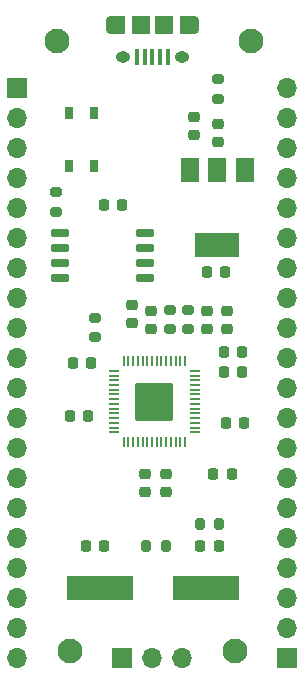
<source format=gts>
%TF.GenerationSoftware,KiCad,Pcbnew,(6.0.8)*%
%TF.CreationDate,2023-06-24T19:25:15-06:00*%
%TF.ProjectId,RP2040_devBoard,52503230-3430-45f6-9465-76426f617264,rev?*%
%TF.SameCoordinates,Original*%
%TF.FileFunction,Soldermask,Top*%
%TF.FilePolarity,Negative*%
%FSLAX46Y46*%
G04 Gerber Fmt 4.6, Leading zero omitted, Abs format (unit mm)*
G04 Created by KiCad (PCBNEW (6.0.8)) date 2023-06-24 19:25:15*
%MOMM*%
%LPD*%
G01*
G04 APERTURE LIST*
G04 Aperture macros list*
%AMRoundRect*
0 Rectangle with rounded corners*
0 $1 Rounding radius*
0 $2 $3 $4 $5 $6 $7 $8 $9 X,Y pos of 4 corners*
0 Add a 4 corners polygon primitive as box body*
4,1,4,$2,$3,$4,$5,$6,$7,$8,$9,$2,$3,0*
0 Add four circle primitives for the rounded corners*
1,1,$1+$1,$2,$3*
1,1,$1+$1,$4,$5*
1,1,$1+$1,$6,$7*
1,1,$1+$1,$8,$9*
0 Add four rect primitives between the rounded corners*
20,1,$1+$1,$2,$3,$4,$5,0*
20,1,$1+$1,$4,$5,$6,$7,0*
20,1,$1+$1,$6,$7,$8,$9,0*
20,1,$1+$1,$8,$9,$2,$3,0*%
G04 Aperture macros list end*
%ADD10RoundRect,0.200000X0.275000X-0.200000X0.275000X0.200000X-0.275000X0.200000X-0.275000X-0.200000X0*%
%ADD11RoundRect,0.225000X0.250000X-0.225000X0.250000X0.225000X-0.250000X0.225000X-0.250000X-0.225000X0*%
%ADD12R,0.400000X1.350000*%
%ADD13O,1.250000X0.950000*%
%ADD14R,1.500000X1.550000*%
%ADD15O,0.890000X1.550000*%
%ADD16R,1.200000X1.550000*%
%ADD17RoundRect,0.225000X0.225000X0.250000X-0.225000X0.250000X-0.225000X-0.250000X0.225000X-0.250000X0*%
%ADD18C,2.100000*%
%ADD19RoundRect,0.218750X0.218750X0.256250X-0.218750X0.256250X-0.218750X-0.256250X0.218750X-0.256250X0*%
%ADD20R,1.500000X2.000000*%
%ADD21R,3.800000X2.000000*%
%ADD22RoundRect,0.225000X-0.225000X-0.250000X0.225000X-0.250000X0.225000X0.250000X-0.225000X0.250000X0*%
%ADD23RoundRect,0.150000X-0.650000X-0.150000X0.650000X-0.150000X0.650000X0.150000X-0.650000X0.150000X0*%
%ADD24RoundRect,0.050000X-0.387500X-0.050000X0.387500X-0.050000X0.387500X0.050000X-0.387500X0.050000X0*%
%ADD25RoundRect,0.050000X-0.050000X-0.387500X0.050000X-0.387500X0.050000X0.387500X-0.050000X0.387500X0*%
%ADD26RoundRect,0.144000X-1.456000X-1.456000X1.456000X-1.456000X1.456000X1.456000X-1.456000X1.456000X0*%
%ADD27RoundRect,0.200000X0.200000X0.275000X-0.200000X0.275000X-0.200000X-0.275000X0.200000X-0.275000X0*%
%ADD28RoundRect,0.200000X-0.275000X0.200000X-0.275000X-0.200000X0.275000X-0.200000X0.275000X0.200000X0*%
%ADD29R,5.600000X2.100000*%
%ADD30RoundRect,0.200000X-0.200000X-0.275000X0.200000X-0.275000X0.200000X0.275000X-0.200000X0.275000X0*%
%ADD31R,0.711200X0.990600*%
%ADD32RoundRect,0.225000X-0.250000X0.225000X-0.250000X-0.225000X0.250000X-0.225000X0.250000X0.225000X0*%
%ADD33RoundRect,0.218750X-0.256250X0.218750X-0.256250X-0.218750X0.256250X-0.218750X0.256250X0.218750X0*%
%ADD34R,1.700000X1.700000*%
%ADD35O,1.700000X1.700000*%
G04 APERTURE END LIST*
D10*
%TO.C,R2*%
X71835000Y-67200000D03*
X71835000Y-65550000D03*
%TD*%
D11*
%TO.C,C10*%
X67100000Y-66650000D03*
X67100000Y-65100000D03*
%TD*%
D12*
%TO.C,J1*%
X70087500Y-44160000D03*
X69437500Y-44160000D03*
X68787500Y-44160000D03*
X68137500Y-44160000D03*
X67487500Y-44160000D03*
D13*
X66287500Y-44160000D03*
D14*
X69787500Y-41460000D03*
D15*
X65287500Y-41460000D03*
D13*
X71287500Y-44160000D03*
D16*
X71687500Y-41460000D03*
D14*
X67787500Y-41460000D03*
D16*
X65887500Y-41460000D03*
D15*
X72287500Y-41460000D03*
%TD*%
D17*
%TO.C,C14*%
X66205000Y-56700000D03*
X64655000Y-56700000D03*
%TD*%
D18*
%TO.C,H2*%
X75800000Y-94425000D03*
%TD*%
D19*
%TO.C,D3*%
X75497500Y-79450000D03*
X73922500Y-79450000D03*
%TD*%
D20*
%TO.C,U2*%
X71990000Y-53730000D03*
X74290000Y-53730000D03*
D21*
X74290000Y-60030000D03*
D20*
X76590000Y-53730000D03*
%TD*%
D11*
%TO.C,C7*%
X68665000Y-67150000D03*
X68665000Y-65600000D03*
%TD*%
D22*
%TO.C,C6*%
X74820000Y-69140000D03*
X76370000Y-69140000D03*
%TD*%
D23*
%TO.C,U3*%
X60940000Y-59055000D03*
X60940000Y-60325000D03*
X60940000Y-61595000D03*
X60940000Y-62865000D03*
X68140000Y-62865000D03*
X68140000Y-61595000D03*
X68140000Y-60325000D03*
X68140000Y-59055000D03*
%TD*%
D24*
%TO.C,U1*%
X65512500Y-70700000D03*
X65512500Y-71100000D03*
X65512500Y-71500000D03*
X65512500Y-71900000D03*
X65512500Y-72300000D03*
X65512500Y-72700000D03*
X65512500Y-73100000D03*
X65512500Y-73500000D03*
X65512500Y-73900000D03*
X65512500Y-74300000D03*
X65512500Y-74700000D03*
X65512500Y-75100000D03*
X65512500Y-75500000D03*
X65512500Y-75900000D03*
D25*
X66350000Y-76737500D03*
X66750000Y-76737500D03*
X67150000Y-76737500D03*
X67550000Y-76737500D03*
X67950000Y-76737500D03*
X68350000Y-76737500D03*
X68750000Y-76737500D03*
X69150000Y-76737500D03*
X69550000Y-76737500D03*
X69950000Y-76737500D03*
X70350000Y-76737500D03*
X70750000Y-76737500D03*
X71150000Y-76737500D03*
X71550000Y-76737500D03*
D24*
X72387500Y-75900000D03*
X72387500Y-75500000D03*
X72387500Y-75100000D03*
X72387500Y-74700000D03*
X72387500Y-74300000D03*
X72387500Y-73900000D03*
X72387500Y-73500000D03*
X72387500Y-73100000D03*
X72387500Y-72700000D03*
X72387500Y-72300000D03*
X72387500Y-71900000D03*
X72387500Y-71500000D03*
X72387500Y-71100000D03*
X72387500Y-70700000D03*
D25*
X71550000Y-69862500D03*
X71150000Y-69862500D03*
X70750000Y-69862500D03*
X70350000Y-69862500D03*
X69950000Y-69862500D03*
X69550000Y-69862500D03*
X69150000Y-69862500D03*
X68750000Y-69862500D03*
X68350000Y-69862500D03*
X67950000Y-69862500D03*
X67550000Y-69862500D03*
X67150000Y-69862500D03*
X66750000Y-69862500D03*
X66350000Y-69862500D03*
D26*
X68950000Y-73300000D03*
%TD*%
D27*
%TO.C,R5*%
X69920000Y-85510000D03*
X68270000Y-85510000D03*
%TD*%
D28*
%TO.C,R3*%
X63900000Y-66185000D03*
X63900000Y-67835000D03*
%TD*%
D17*
%TO.C,C1*%
X63615000Y-70010000D03*
X62065000Y-70010000D03*
%TD*%
D10*
%TO.C,R1*%
X70250000Y-67200000D03*
X70250000Y-65550000D03*
%TD*%
D22*
%TO.C,C15*%
X72840000Y-85520000D03*
X74390000Y-85520000D03*
%TD*%
D17*
%TO.C,C12*%
X74925000Y-62300000D03*
X73375000Y-62300000D03*
%TD*%
D29*
%TO.C,Y1*%
X64325000Y-89125000D03*
X73325000Y-89125000D03*
%TD*%
D28*
%TO.C,R6*%
X74325000Y-46000000D03*
X74325000Y-47650000D03*
%TD*%
D22*
%TO.C,C16*%
X63172500Y-85520000D03*
X64722500Y-85520000D03*
%TD*%
D18*
%TO.C,H4*%
X61775000Y-94425000D03*
%TD*%
D28*
%TO.C,R4*%
X60650000Y-55585000D03*
X60650000Y-57235000D03*
%TD*%
D18*
%TO.C,H3*%
X60675000Y-42775000D03*
%TD*%
D30*
%TO.C,R8*%
X72795000Y-83700000D03*
X74445000Y-83700000D03*
%TD*%
D11*
%TO.C,C13*%
X72340000Y-50725000D03*
X72340000Y-49175000D03*
%TD*%
D22*
%TO.C,C5*%
X74820000Y-70765000D03*
X76370000Y-70765000D03*
%TD*%
D31*
%TO.C,SW1*%
X63843499Y-48880799D03*
X63843499Y-53380801D03*
X61693501Y-48880799D03*
X61693501Y-53380801D03*
%TD*%
D32*
%TO.C,C3*%
X68170000Y-79395000D03*
X68170000Y-80945000D03*
%TD*%
D33*
%TO.C,D1*%
X74300000Y-49787500D03*
X74300000Y-51362500D03*
%TD*%
D32*
%TO.C,C11*%
X69930000Y-79425000D03*
X69930000Y-80975000D03*
%TD*%
D11*
%TO.C,C8*%
X75130000Y-67150000D03*
X75130000Y-65600000D03*
%TD*%
%TO.C,C9*%
X73420000Y-67150000D03*
X73420000Y-65600000D03*
%TD*%
D18*
%TO.C,H1*%
X77125000Y-42775000D03*
%TD*%
D22*
%TO.C,C4*%
X75000000Y-75125000D03*
X76550000Y-75125000D03*
%TD*%
D17*
%TO.C,C2*%
X63335000Y-74520000D03*
X61785000Y-74520000D03*
%TD*%
D34*
%TO.C,J3*%
X80225000Y-94975000D03*
D35*
X80225000Y-92435000D03*
X80225000Y-89895000D03*
X80225000Y-87355000D03*
X80225000Y-84815000D03*
X80225000Y-82275000D03*
X80225000Y-79735000D03*
X80225000Y-77195000D03*
X80225000Y-74655000D03*
X80225000Y-72115000D03*
X80225000Y-69575000D03*
X80225000Y-67035000D03*
X80225000Y-64495000D03*
X80225000Y-61955000D03*
X80225000Y-59415000D03*
X80225000Y-56875000D03*
X80225000Y-54335000D03*
X80225000Y-51795000D03*
X80225000Y-49255000D03*
X80225000Y-46715000D03*
%TD*%
D34*
%TO.C,J2*%
X57350000Y-46725000D03*
D35*
X57350000Y-49265000D03*
X57350000Y-51805000D03*
X57350000Y-54345000D03*
X57350000Y-56885000D03*
X57350000Y-59425000D03*
X57350000Y-61965000D03*
X57350000Y-64505000D03*
X57350000Y-67045000D03*
X57350000Y-69585000D03*
X57350000Y-72125000D03*
X57350000Y-74665000D03*
X57350000Y-77205000D03*
X57350000Y-79745000D03*
X57350000Y-82285000D03*
X57350000Y-84825000D03*
X57350000Y-87365000D03*
X57350000Y-89905000D03*
X57350000Y-92445000D03*
X57350000Y-94985000D03*
%TD*%
D34*
%TO.C,J4*%
X66250000Y-94975000D03*
D35*
X68790000Y-94975000D03*
X71330000Y-94975000D03*
%TD*%
M02*

</source>
